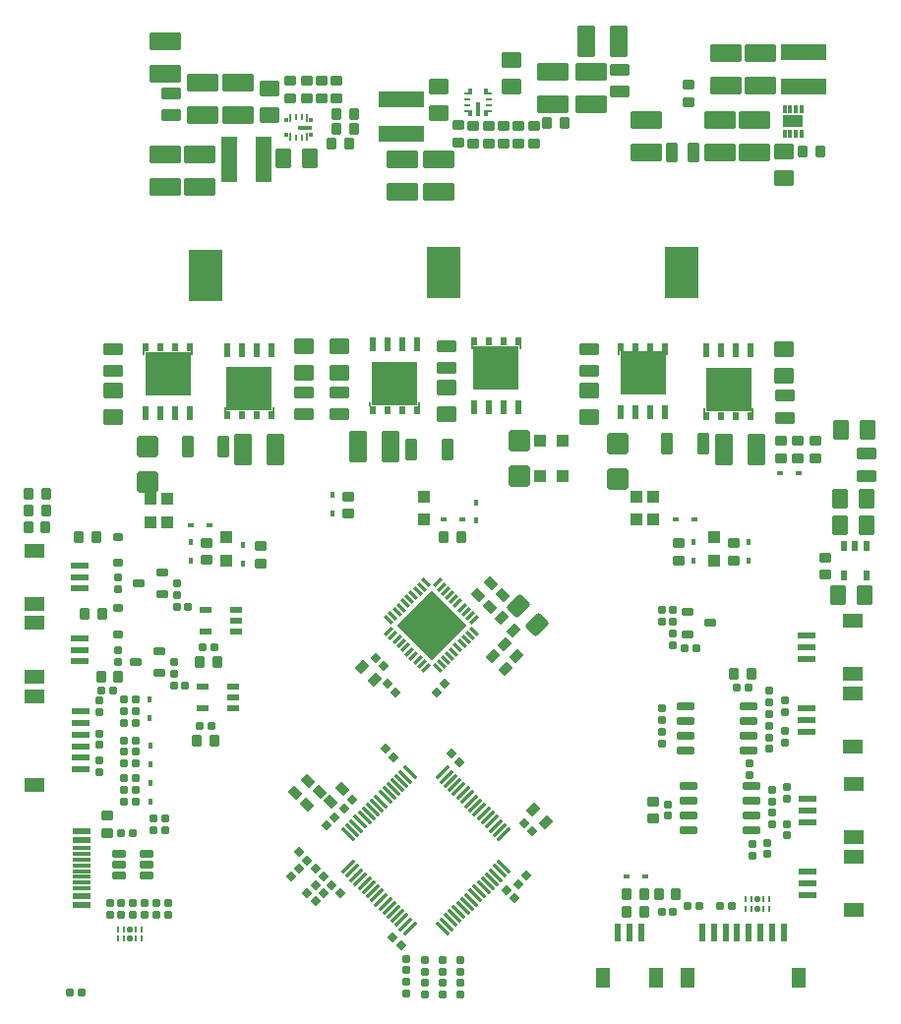
<source format=gbr>
%TF.GenerationSoftware,Altium Limited,Altium Designer,23.1.1 (15)*%
G04 Layer_Color=8421504*
%FSLAX45Y45*%
%MOMM*%
%TF.SameCoordinates,3B15BE60-5205-462F-B1BE-89E8C5D5736D*%
%TF.FilePolarity,Positive*%
%TF.FileFunction,Paste,Top*%
%TF.Part,Single*%
G01*
G75*
%TA.AperFunction,TestPad*%
%ADD10R,1.50000X0.60000*%
%ADD11R,1.80000X1.20000*%
%TA.AperFunction,SMDPad,CuDef*%
G04:AMPARAMS|DCode=12|XSize=1.6mm|YSize=2.7mm|CornerRadius=0.2mm|HoleSize=0mm|Usage=FLASHONLY|Rotation=270.000|XOffset=0mm|YOffset=0mm|HoleType=Round|Shape=RoundedRectangle|*
%AMROUNDEDRECTD12*
21,1,1.60000,2.30000,0,0,270.0*
21,1,1.20000,2.70000,0,0,270.0*
1,1,0.40000,-1.15000,-0.60000*
1,1,0.40000,-1.15000,0.60000*
1,1,0.40000,1.15000,0.60000*
1,1,0.40000,1.15000,-0.60000*
%
%ADD12ROUNDEDRECTD12*%
G04:AMPARAMS|DCode=13|XSize=1mm|YSize=1.7mm|CornerRadius=0.125mm|HoleSize=0mm|Usage=FLASHONLY|Rotation=270.000|XOffset=0mm|YOffset=0mm|HoleType=Round|Shape=RoundedRectangle|*
%AMROUNDEDRECTD13*
21,1,1.00000,1.45000,0,0,270.0*
21,1,0.75000,1.70000,0,0,270.0*
1,1,0.25000,-0.72500,-0.37500*
1,1,0.25000,-0.72500,0.37500*
1,1,0.25000,0.72500,0.37500*
1,1,0.25000,0.72500,-0.37500*
%
%ADD13ROUNDEDRECTD13*%
G04:AMPARAMS|DCode=14|XSize=1.4mm|YSize=1.7mm|CornerRadius=0.175mm|HoleSize=0mm|Usage=FLASHONLY|Rotation=180.000|XOffset=0mm|YOffset=0mm|HoleType=Round|Shape=RoundedRectangle|*
%AMROUNDEDRECTD14*
21,1,1.40000,1.35000,0,0,180.0*
21,1,1.05000,1.70000,0,0,180.0*
1,1,0.35000,-0.52500,0.67500*
1,1,0.35000,0.52500,0.67500*
1,1,0.35000,0.52500,-0.67500*
1,1,0.35000,-0.52500,-0.67500*
%
%ADD14ROUNDEDRECTD14*%
G04:AMPARAMS|DCode=15|XSize=0.8mm|YSize=1mm|CornerRadius=0.1mm|HoleSize=0mm|Usage=FLASHONLY|Rotation=90.000|XOffset=0mm|YOffset=0mm|HoleType=Round|Shape=RoundedRectangle|*
%AMROUNDEDRECTD15*
21,1,0.80000,0.80000,0,0,90.0*
21,1,0.60000,1.00000,0,0,90.0*
1,1,0.20000,0.40000,0.30000*
1,1,0.20000,0.40000,-0.30000*
1,1,0.20000,-0.40000,-0.30000*
1,1,0.20000,-0.40000,0.30000*
%
%ADD15ROUNDEDRECTD15*%
G04:AMPARAMS|DCode=16|XSize=0.8mm|YSize=1mm|CornerRadius=0.1mm|HoleSize=0mm|Usage=FLASHONLY|Rotation=0.000|XOffset=0mm|YOffset=0mm|HoleType=Round|Shape=RoundedRectangle|*
%AMROUNDEDRECTD16*
21,1,0.80000,0.80000,0,0,0.0*
21,1,0.60000,1.00000,0,0,0.0*
1,1,0.20000,0.30000,-0.40000*
1,1,0.20000,-0.30000,-0.40000*
1,1,0.20000,-0.30000,0.40000*
1,1,0.20000,0.30000,0.40000*
%
%ADD16ROUNDEDRECTD16*%
%ADD17R,0.75000X0.22500*%
%ADD18R,0.60000X0.25000*%
%ADD19R,0.40000X0.35000*%
%ADD20R,0.35000X1.30000*%
G04:AMPARAMS|DCode=21|XSize=1.4mm|YSize=1.7mm|CornerRadius=0.175mm|HoleSize=0mm|Usage=FLASHONLY|Rotation=270.000|XOffset=0mm|YOffset=0mm|HoleType=Round|Shape=RoundedRectangle|*
%AMROUNDEDRECTD21*
21,1,1.40000,1.35000,0,0,270.0*
21,1,1.05000,1.70000,0,0,270.0*
1,1,0.35000,-0.67500,-0.52500*
1,1,0.35000,-0.67500,0.52500*
1,1,0.35000,0.67500,0.52500*
1,1,0.35000,0.67500,-0.52500*
%
%ADD21ROUNDEDRECTD21*%
%ADD22R,3.89000X1.45000*%
%ADD23R,1.45000X3.89000*%
G04:AMPARAMS|DCode=24|XSize=1.8mm|YSize=1.84mm|CornerRadius=0.225mm|HoleSize=0mm|Usage=FLASHONLY|Rotation=90.000|XOffset=0mm|YOffset=0mm|HoleType=Round|Shape=RoundedRectangle|*
%AMROUNDEDRECTD24*
21,1,1.80000,1.39000,0,0,90.0*
21,1,1.35000,1.84000,0,0,90.0*
1,1,0.45000,0.69500,0.67500*
1,1,0.45000,0.69500,-0.67500*
1,1,0.45000,-0.69500,-0.67500*
1,1,0.45000,-0.69500,0.67500*
%
%ADD24ROUNDEDRECTD24*%
%TA.AperFunction,ConnectorPad*%
G04:AMPARAMS|DCode=25|XSize=0.6mm|YSize=0.7mm|CornerRadius=0.075mm|HoleSize=0mm|Usage=FLASHONLY|Rotation=270.000|XOffset=0mm|YOffset=0mm|HoleType=Round|Shape=RoundedRectangle|*
%AMROUNDEDRECTD25*
21,1,0.60000,0.55000,0,0,270.0*
21,1,0.45000,0.70000,0,0,270.0*
1,1,0.15000,-0.27500,-0.22500*
1,1,0.15000,-0.27500,0.22500*
1,1,0.15000,0.27500,0.22500*
1,1,0.15000,0.27500,-0.22500*
%
%ADD25ROUNDEDRECTD25*%
%TA.AperFunction,SMDPad,CuDef*%
G04:AMPARAMS|DCode=26|XSize=0.6mm|YSize=0.7mm|CornerRadius=0.075mm|HoleSize=0mm|Usage=FLASHONLY|Rotation=0.000|XOffset=0mm|YOffset=0mm|HoleType=Round|Shape=RoundedRectangle|*
%AMROUNDEDRECTD26*
21,1,0.60000,0.55000,0,0,0.0*
21,1,0.45000,0.70000,0,0,0.0*
1,1,0.15000,0.22500,-0.27500*
1,1,0.15000,-0.22500,-0.27500*
1,1,0.15000,-0.22500,0.27500*
1,1,0.15000,0.22500,0.27500*
%
%ADD26ROUNDEDRECTD26*%
G04:AMPARAMS|DCode=27|XSize=0.6mm|YSize=0.7mm|CornerRadius=0.075mm|HoleSize=0mm|Usage=FLASHONLY|Rotation=90.000|XOffset=0mm|YOffset=0mm|HoleType=Round|Shape=RoundedRectangle|*
%AMROUNDEDRECTD27*
21,1,0.60000,0.55000,0,0,90.0*
21,1,0.45000,0.70000,0,0,90.0*
1,1,0.15000,0.27500,0.22500*
1,1,0.15000,0.27500,-0.22500*
1,1,0.15000,-0.27500,-0.22500*
1,1,0.15000,-0.27500,0.22500*
%
%ADD27ROUNDEDRECTD27*%
%ADD28R,1.50000X0.60000*%
%ADD29R,1.80000X1.20000*%
G04:AMPARAMS|DCode=30|XSize=0.6mm|YSize=1.45mm|CornerRadius=0.075mm|HoleSize=0mm|Usage=FLASHONLY|Rotation=90.000|XOffset=0mm|YOffset=0mm|HoleType=Round|Shape=RoundedRectangle|*
%AMROUNDEDRECTD30*
21,1,0.60000,1.30000,0,0,90.0*
21,1,0.45000,1.45000,0,0,90.0*
1,1,0.15000,0.65000,0.22500*
1,1,0.15000,0.65000,-0.22500*
1,1,0.15000,-0.65000,-0.22500*
1,1,0.15000,-0.65000,0.22500*
%
%ADD30ROUNDEDRECTD30*%
G04:AMPARAMS|DCode=31|XSize=1.475mm|YSize=0.3mm|CornerRadius=0mm|HoleSize=0mm|Usage=FLASHONLY|Rotation=315.000|XOffset=0mm|YOffset=0mm|HoleType=Round|Shape=Rectangle|*
%AMROTATEDRECTD31*
4,1,4,-0.62756,0.41543,-0.41543,0.62756,0.62756,-0.41543,0.41543,-0.62756,-0.62756,0.41543,0.0*
%
%ADD31ROTATEDRECTD31*%

G04:AMPARAMS|DCode=32|XSize=1.475mm|YSize=0.3mm|CornerRadius=0mm|HoleSize=0mm|Usage=FLASHONLY|Rotation=225.000|XOffset=0mm|YOffset=0mm|HoleType=Round|Shape=Rectangle|*
%AMROTATEDRECTD32*
4,1,4,0.41543,0.62756,0.62756,0.41543,-0.41543,-0.62756,-0.62756,-0.41543,0.41543,0.62756,0.0*
%
%ADD32ROTATEDRECTD32*%

%TA.AperFunction,TestPad*%
G04:AMPARAMS|DCode=33|XSize=0.45mm|YSize=0.5mm|CornerRadius=0.05625mm|HoleSize=0mm|Usage=FLASHONLY|Rotation=0.000|XOffset=0mm|YOffset=0mm|HoleType=Round|Shape=RoundedRectangle|*
%AMROUNDEDRECTD33*
21,1,0.45000,0.38750,0,0,0.0*
21,1,0.33750,0.50000,0,0,0.0*
1,1,0.11250,0.16875,-0.19375*
1,1,0.11250,-0.16875,-0.19375*
1,1,0.11250,-0.16875,0.19375*
1,1,0.11250,0.16875,0.19375*
%
%ADD33ROUNDEDRECTD33*%
%TA.AperFunction,SMDPad,CuDef*%
%ADD34R,1.50000X0.60000*%
G04:AMPARAMS|DCode=36|XSize=0.6mm|YSize=1.2mm|CornerRadius=0.075mm|HoleSize=0mm|Usage=FLASHONLY|Rotation=270.000|XOffset=0mm|YOffset=0mm|HoleType=Round|Shape=RoundedRectangle|*
%AMROUNDEDRECTD36*
21,1,0.60000,1.05000,0,0,270.0*
21,1,0.45000,1.20000,0,0,270.0*
1,1,0.15000,-0.52500,-0.22500*
1,1,0.15000,-0.52500,0.22500*
1,1,0.15000,0.52500,0.22500*
1,1,0.15000,0.52500,-0.22500*
%
%ADD36ROUNDEDRECTD36*%
G04:AMPARAMS|DCode=37|XSize=0.6mm|YSize=0.7mm|CornerRadius=0.075mm|HoleSize=0mm|Usage=FLASHONLY|Rotation=315.000|XOffset=0mm|YOffset=0mm|HoleType=Round|Shape=RoundedRectangle|*
%AMROUNDEDRECTD37*
21,1,0.60000,0.55000,0,0,315.0*
21,1,0.45000,0.70000,0,0,315.0*
1,1,0.15000,-0.03536,-0.35355*
1,1,0.15000,-0.35355,-0.03536*
1,1,0.15000,0.03536,0.35355*
1,1,0.15000,0.35355,0.03536*
%
%ADD37ROUNDEDRECTD37*%
G04:AMPARAMS|DCode=38|XSize=0.6mm|YSize=0.7mm|CornerRadius=0.075mm|HoleSize=0mm|Usage=FLASHONLY|Rotation=225.000|XOffset=0mm|YOffset=0mm|HoleType=Round|Shape=RoundedRectangle|*
%AMROUNDEDRECTD38*
21,1,0.60000,0.55000,0,0,225.0*
21,1,0.45000,0.70000,0,0,225.0*
1,1,0.15000,-0.35355,0.03536*
1,1,0.15000,-0.03536,0.35355*
1,1,0.15000,0.35355,-0.03536*
1,1,0.15000,0.03536,-0.35355*
%
%ADD38ROUNDEDRECTD38*%
G04:AMPARAMS|DCode=39|XSize=0.8mm|YSize=1mm|CornerRadius=0.1mm|HoleSize=0mm|Usage=FLASHONLY|Rotation=225.000|XOffset=0mm|YOffset=0mm|HoleType=Round|Shape=RoundedRectangle|*
%AMROUNDEDRECTD39*
21,1,0.80000,0.80000,0,0,225.0*
21,1,0.60000,1.00000,0,0,225.0*
1,1,0.20000,-0.49498,0.07071*
1,1,0.20000,-0.07071,0.49498*
1,1,0.20000,0.49498,-0.07071*
1,1,0.20000,0.07071,-0.49498*
%
%ADD39ROUNDEDRECTD39*%
%TA.AperFunction,TestPad*%
G04:AMPARAMS|DCode=40|XSize=0.6mm|YSize=1mm|CornerRadius=0.075mm|HoleSize=0mm|Usage=FLASHONLY|Rotation=90.000|XOffset=0mm|YOffset=0mm|HoleType=Round|Shape=RoundedRectangle|*
%AMROUNDEDRECTD40*
21,1,0.60000,0.85000,0,0,90.0*
21,1,0.45000,1.00000,0,0,90.0*
1,1,0.15000,0.42500,0.22500*
1,1,0.15000,0.42500,-0.22500*
1,1,0.15000,-0.42500,-0.22500*
1,1,0.15000,-0.42500,0.22500*
%
%ADD40ROUNDEDRECTD40*%
%TA.AperFunction,SMDPad,CuDef*%
G04:AMPARAMS|DCode=41|XSize=0.55mm|YSize=1.05mm|CornerRadius=0.06875mm|HoleSize=0mm|Usage=FLASHONLY|Rotation=270.000|XOffset=0mm|YOffset=0mm|HoleType=Round|Shape=RoundedRectangle|*
%AMROUNDEDRECTD41*
21,1,0.55000,0.91250,0,0,270.0*
21,1,0.41250,1.05000,0,0,270.0*
1,1,0.13750,-0.45625,-0.20625*
1,1,0.13750,-0.45625,0.20625*
1,1,0.13750,0.45625,0.20625*
1,1,0.13750,0.45625,-0.20625*
%
%ADD41ROUNDEDRECTD41*%
%TA.AperFunction,SMDPad,SMDef*%
%ADD42R,1.00000X1.00000*%
%TA.AperFunction,SMDPad,CuDef*%
%ADD43R,0.55000X0.42000*%
G04:AMPARAMS|DCode=44|XSize=0.8mm|YSize=1mm|CornerRadius=0.1mm|HoleSize=0mm|Usage=FLASHONLY|Rotation=135.000|XOffset=0mm|YOffset=0mm|HoleType=Round|Shape=RoundedRectangle|*
%AMROUNDEDRECTD44*
21,1,0.80000,0.80000,0,0,135.0*
21,1,0.60000,1.00000,0,0,135.0*
1,1,0.20000,0.07071,0.49498*
1,1,0.20000,0.49498,0.07071*
1,1,0.20000,-0.07071,-0.49498*
1,1,0.20000,-0.49498,-0.07071*
%
%ADD44ROUNDEDRECTD44*%
G04:AMPARAMS|DCode=45|XSize=0.85mm|YSize=0.25mm|CornerRadius=0mm|HoleSize=0mm|Usage=FLASHONLY|Rotation=225.000|XOffset=0mm|YOffset=0mm|HoleType=Round|Shape=Rectangle|*
%AMROTATEDRECTD45*
4,1,4,0.21213,0.38891,0.38891,0.21213,-0.21213,-0.38891,-0.38891,-0.21213,0.21213,0.38891,0.0*
%
%ADD45ROTATEDRECTD45*%

%ADD46P,6.01041X4X360.0*%
G04:AMPARAMS|DCode=47|XSize=1.6mm|YSize=2.7mm|CornerRadius=0.2mm|HoleSize=0mm|Usage=FLASHONLY|Rotation=180.000|XOffset=0mm|YOffset=0mm|HoleType=Round|Shape=RoundedRectangle|*
%AMROUNDEDRECTD47*
21,1,1.60000,2.30000,0,0,180.0*
21,1,1.20000,2.70000,0,0,180.0*
1,1,0.40000,-0.60000,1.15000*
1,1,0.40000,0.60000,1.15000*
1,1,0.40000,0.60000,-1.15000*
1,1,0.40000,-0.60000,-1.15000*
%
%ADD47ROUNDEDRECTD47*%
%ADD48R,1.30000X0.35000*%
%ADD49R,0.60000X1.50000*%
%TA.AperFunction,TestPad*%
%ADD50R,1.20000X1.80000*%
%ADD51R,0.60000X1.50000*%
%TA.AperFunction,SMDPad,CuDef*%
G04:AMPARAMS|DCode=52|XSize=0.85mm|YSize=0.25mm|CornerRadius=0mm|HoleSize=0mm|Usage=FLASHONLY|Rotation=315.000|XOffset=0mm|YOffset=0mm|HoleType=Round|Shape=Rectangle|*
%AMROTATEDRECTD52*
4,1,4,-0.38891,0.21213,-0.21213,0.38891,0.38891,-0.21213,0.21213,-0.38891,-0.38891,0.21213,0.0*
%
%ADD52ROTATEDRECTD52*%

G04:AMPARAMS|DCode=53|XSize=1.4mm|YSize=1.7mm|CornerRadius=0.175mm|HoleSize=0mm|Usage=FLASHONLY|Rotation=135.000|XOffset=0mm|YOffset=0mm|HoleType=Round|Shape=RoundedRectangle|*
%AMROUNDEDRECTD53*
21,1,1.40000,1.35000,0,0,135.0*
21,1,1.05000,1.70000,0,0,135.0*
1,1,0.35000,0.10607,0.84853*
1,1,0.35000,0.84853,0.10607*
1,1,0.35000,-0.10607,-0.84853*
1,1,0.35000,-0.84853,-0.10607*
%
%ADD53ROUNDEDRECTD53*%
%ADD54R,0.42000X0.55000*%
%TA.AperFunction,SMDPad,SMDef*%
%ADD55R,1.00000X1.00000*%
%TA.AperFunction,ConnectorPad*%
G04:AMPARAMS|DCode=56|XSize=1.6mm|YSize=2.7mm|CornerRadius=0.2mm|HoleSize=0mm|Usage=FLASHONLY|Rotation=0.000|XOffset=0mm|YOffset=0mm|HoleType=Round|Shape=RoundedRectangle|*
%AMROUNDEDRECTD56*
21,1,1.60000,2.30000,0,0,0.0*
21,1,1.20000,2.70000,0,0,0.0*
1,1,0.40000,0.60000,-1.15000*
1,1,0.40000,-0.60000,-1.15000*
1,1,0.40000,-0.60000,1.15000*
1,1,0.40000,0.60000,1.15000*
%
%ADD56ROUNDEDRECTD56*%
%TA.AperFunction,SMDPad,CuDef*%
G04:AMPARAMS|DCode=57|XSize=0.55mm|YSize=0.8mm|CornerRadius=0.0495mm|HoleSize=0mm|Usage=FLASHONLY|Rotation=0.000|XOffset=0mm|YOffset=0mm|HoleType=Round|Shape=RoundedRectangle|*
%AMROUNDEDRECTD57*
21,1,0.55000,0.70100,0,0,0.0*
21,1,0.45100,0.80000,0,0,0.0*
1,1,0.09900,0.22550,-0.35050*
1,1,0.09900,-0.22550,-0.35050*
1,1,0.09900,-0.22550,0.35050*
1,1,0.09900,0.22550,0.35050*
%
%ADD57ROUNDEDRECTD57*%
%ADD58R,0.30000X0.70000*%
%ADD59R,1.70000X1.00000*%
G04:AMPARAMS|DCode=60|XSize=0.63mm|YSize=0.83mm|CornerRadius=0.07875mm|HoleSize=0mm|Usage=FLASHONLY|Rotation=90.000|XOffset=0mm|YOffset=0mm|HoleType=Round|Shape=RoundedRectangle|*
%AMROUNDEDRECTD60*
21,1,0.63000,0.67250,0,0,90.0*
21,1,0.47250,0.83000,0,0,90.0*
1,1,0.15750,0.33625,0.23625*
1,1,0.15750,0.33625,-0.23625*
1,1,0.15750,-0.33625,-0.23625*
1,1,0.15750,-0.33625,0.23625*
%
%ADD60ROUNDEDRECTD60*%
%ADD62R,0.25500X0.31000*%
%ADD63R,3.91000X3.81000*%
%ADD64R,0.61000X0.71000*%
%ADD65R,0.61000X1.27000*%
G04:AMPARAMS|DCode=66|XSize=1mm|YSize=1.8mm|CornerRadius=0.125mm|HoleSize=0mm|Usage=FLASHONLY|Rotation=0.000|XOffset=0mm|YOffset=0mm|HoleType=Round|Shape=RoundedRectangle|*
%AMROUNDEDRECTD66*
21,1,1.00000,1.55000,0,0,0.0*
21,1,0.75000,1.80000,0,0,0.0*
1,1,0.25000,0.37500,-0.77500*
1,1,0.25000,-0.37500,-0.77500*
1,1,0.25000,-0.37500,0.77500*
1,1,0.25000,0.37500,0.77500*
%
%ADD66ROUNDEDRECTD66*%
G04:AMPARAMS|DCode=67|XSize=1mm|YSize=1.7mm|CornerRadius=0.125mm|HoleSize=0mm|Usage=FLASHONLY|Rotation=0.000|XOffset=0mm|YOffset=0mm|HoleType=Round|Shape=RoundedRectangle|*
%AMROUNDEDRECTD67*
21,1,1.00000,1.45000,0,0,0.0*
21,1,0.75000,1.70000,0,0,0.0*
1,1,0.25000,0.37500,-0.72500*
1,1,0.25000,-0.37500,-0.72500*
1,1,0.25000,-0.37500,0.72500*
1,1,0.25000,0.37500,0.72500*
%
%ADD67ROUNDEDRECTD67*%
%ADD68R,0.35000X0.40000*%
%ADD69R,0.22500X0.75000*%
%ADD70R,0.25000X0.60000*%
%ADD71R,1.20000X1.80000*%
%TA.AperFunction,TestPad*%
G04:AMPARAMS|DCode=72|XSize=0.25mm|YSize=0.5mm|CornerRadius=0.03125mm|HoleSize=0mm|Usage=FLASHONLY|Rotation=180.000|XOffset=0mm|YOffset=0mm|HoleType=Round|Shape=RoundedRectangle|*
%AMROUNDEDRECTD72*
21,1,0.25000,0.43750,0,0,180.0*
21,1,0.18750,0.50000,0,0,180.0*
1,1,0.06250,-0.09375,0.21875*
1,1,0.06250,0.09375,0.21875*
1,1,0.06250,0.09375,-0.21875*
1,1,0.06250,-0.09375,-0.21875*
%
%ADD72ROUNDEDRECTD72*%
%TA.AperFunction,SMDPad,CuDef*%
%ADD74R,1.50000X0.30000*%
%ADD170R,3.00000X4.50000*%
D10*
X6945000Y5400000D02*
D03*
Y5300001D02*
D03*
Y5200000D02*
D03*
Y5100000D02*
D03*
Y5000000D02*
D03*
Y4900000D02*
D03*
D11*
X6555000Y5530000D02*
D03*
X6555000Y4770000D02*
D03*
D12*
X7675000Y10885000D02*
D03*
Y11165001D02*
D03*
X10030000Y10150000D02*
D03*
X10030000Y9870000D02*
D03*
X9720000Y10150000D02*
D03*
X9720000Y9870000D02*
D03*
X7999999Y10815000D02*
D03*
X8300000D02*
D03*
X7675000Y9910000D02*
D03*
X7975000D02*
D03*
X11014999Y10905000D02*
D03*
X11340000Y10905000D02*
D03*
X11820000Y10490000D02*
D03*
X12450000D02*
D03*
X12750000D02*
D03*
X12500000Y10785000D02*
D03*
X12800000D02*
D03*
X12750000Y10209999D02*
D03*
X11014999Y10625000D02*
D03*
X11339999Y10625000D02*
D03*
X12450000Y10210000D02*
D03*
X12800000Y11065000D02*
D03*
X12500000D02*
D03*
X11820000Y10209999D02*
D03*
X8300000Y10535000D02*
D03*
X7675000Y10190000D02*
D03*
X7975000D02*
D03*
X7999999Y10535000D02*
D03*
D13*
X13710001Y7425000D02*
D03*
Y7615000D02*
D03*
X13010001Y7925000D02*
D03*
Y8115000D02*
D03*
X11325000Y8520000D02*
D03*
Y8330000D02*
D03*
X8875000Y7955000D02*
D03*
Y8145000D02*
D03*
X9175000Y7955000D02*
D03*
Y8145000D02*
D03*
X10100000Y8545000D02*
D03*
Y8355000D02*
D03*
X7225000Y8520000D02*
D03*
Y8330000D02*
D03*
X11590000Y10925000D02*
D03*
X11590000Y10735000D02*
D03*
X7725000Y10720000D02*
D03*
Y10530000D02*
D03*
D14*
X13714301Y7230000D02*
D03*
X13485699D02*
D03*
X13724300Y7820000D02*
D03*
X13495700D02*
D03*
X8919300Y10162500D02*
D03*
X8690700D02*
D03*
X13485699Y7000000D02*
D03*
X13465700Y6400000D02*
D03*
X13714301Y7000000D02*
D03*
X13694299Y6400000D02*
D03*
D15*
X10850000Y10435000D02*
D03*
X10850000Y10285000D02*
D03*
X10200000Y10445000D02*
D03*
Y10295000D02*
D03*
X8900000Y10675000D02*
D03*
Y10825000D02*
D03*
X8750000D02*
D03*
Y10675000D02*
D03*
X9150000D02*
D03*
Y10825000D02*
D03*
X9025000Y10675000D02*
D03*
Y10825000D02*
D03*
X7175000Y4500000D02*
D03*
X10330000Y10290000D02*
D03*
X10590000Y10285000D02*
D03*
X11875000Y4625000D02*
D03*
X13360001Y6725000D02*
D03*
X12975002Y7725000D02*
D03*
X13125002D02*
D03*
X13360001Y6575000D02*
D03*
X12975002Y7575000D02*
D03*
X8500000Y6675000D02*
D03*
Y6825000D02*
D03*
X8031800Y6702401D02*
D03*
Y6852401D02*
D03*
X13275002Y7575000D02*
D03*
Y7725000D02*
D03*
X13125002Y7575000D02*
D03*
X9250000Y7100000D02*
D03*
Y7250000D02*
D03*
X12575001Y6850000D02*
D03*
Y6700000D02*
D03*
X12100000Y6700000D02*
D03*
Y6850000D02*
D03*
X10460000Y10290000D02*
D03*
Y10440000D02*
D03*
X10590000Y10435000D02*
D03*
X10330000Y10440000D02*
D03*
X12180000Y10790000D02*
D03*
Y10640000D02*
D03*
X10720000Y10285000D02*
D03*
Y10435000D02*
D03*
X7175000Y4350000D02*
D03*
X11875000Y4475000D02*
D03*
D16*
X10965000Y10460000D02*
D03*
X11115000D02*
D03*
X9110000Y10285000D02*
D03*
X9260000D02*
D03*
X9150000Y10410000D02*
D03*
X9300000D02*
D03*
X9150000Y10540000D02*
D03*
X9300000D02*
D03*
X6650000Y7275000D02*
D03*
X6500000D02*
D03*
X6650000Y7125000D02*
D03*
X6500000D02*
D03*
X6647800Y6985000D02*
D03*
X6497800D02*
D03*
X7135000Y6240000D02*
D03*
X6985000D02*
D03*
X7085000Y6900000D02*
D03*
X6935000D02*
D03*
X8100000Y5150000D02*
D03*
X7275000Y5700000D02*
D03*
X8125000Y5825000D02*
D03*
X11800000Y3675000D02*
D03*
X11800000Y3825000D02*
D03*
X11925000D02*
D03*
X12575000Y5725000D02*
D03*
X10075000Y6900000D02*
D03*
X10225000D02*
D03*
X13314999Y10220000D02*
D03*
X13164999D02*
D03*
X7125000Y5700000D02*
D03*
X12075000Y3824999D02*
D03*
X11650000Y3825000D02*
D03*
Y3675000D02*
D03*
X12725000Y5725000D02*
D03*
X7975000Y5825000D02*
D03*
X7950000Y5150000D02*
D03*
D17*
X10452500Y10566200D02*
D03*
X10452500Y10713800D02*
D03*
X10287500Y10713800D02*
D03*
Y10566200D02*
D03*
D18*
X10460000Y10615000D02*
D03*
Y10665000D02*
D03*
X10280000D02*
D03*
Y10615000D02*
D03*
D19*
X10435000Y10537400D02*
D03*
Y10742600D02*
D03*
X10305000D02*
D03*
Y10537400D02*
D03*
D20*
X10370000Y10585000D02*
D03*
D21*
X10030000Y10545700D02*
D03*
Y10774300D02*
D03*
X8575000Y10764300D02*
D03*
X10660000Y11004300D02*
D03*
X13000000Y9985700D02*
D03*
X13000000Y8285700D02*
D03*
Y8514300D02*
D03*
X11325000Y7935700D02*
D03*
Y8164300D02*
D03*
X10100000Y7960700D02*
D03*
Y8189300D02*
D03*
X8875000Y8539300D02*
D03*
Y8310700D02*
D03*
X9175000Y8539300D02*
D03*
Y8310700D02*
D03*
X7225000Y7935700D02*
D03*
Y8164300D02*
D03*
X10660000Y10775700D02*
D03*
X13000000Y10214300D02*
D03*
X8575000Y10535700D02*
D03*
D22*
X9710000Y10372500D02*
D03*
Y10667500D02*
D03*
X13175000Y10775000D02*
D03*
Y11070000D02*
D03*
D23*
X8227500Y10152500D02*
D03*
X8522500D02*
D03*
D24*
X7525000Y7675000D02*
D03*
Y7375000D02*
D03*
X10725000Y7425000D02*
D03*
X11575000Y7400000D02*
D03*
Y7700001D02*
D03*
X10725000Y7725000D02*
D03*
D25*
X10220000Y3060000D02*
D03*
Y2960000D02*
D03*
X10065000Y2960000D02*
D03*
X9910000D02*
D03*
X9755000Y2970000D02*
D03*
X9910000Y3060000D02*
D03*
X10065000Y3060000D02*
D03*
X9755000Y3070000D02*
D03*
D26*
X6960000Y2980000D02*
D03*
X6860000D02*
D03*
X7400000Y4350000D02*
D03*
X7675000Y4375000D02*
D03*
X7230000Y5580000D02*
D03*
X7325000Y5500000D02*
D03*
Y4950000D02*
D03*
Y4625000D02*
D03*
X7675000Y4475000D02*
D03*
X8075000Y5275000D02*
D03*
X8100000Y5950000D02*
D03*
X11950000Y3675000D02*
D03*
X12175000Y3725000D02*
D03*
X12550000Y3725000D02*
D03*
X12600000Y5600000D02*
D03*
X7130000Y5580000D02*
D03*
X7975000Y5275000D02*
D03*
X7325000Y5300000D02*
D03*
X7425000D02*
D03*
X7325000Y5150000D02*
D03*
X7425000D02*
D03*
X7325000Y4825000D02*
D03*
X7425000D02*
D03*
X12250000Y5945000D02*
D03*
X12150000D02*
D03*
X12050001Y3675000D02*
D03*
X12450000Y3725000D02*
D03*
X12275000D02*
D03*
X7325000Y4725000D02*
D03*
X7425000D02*
D03*
X7325000Y5050000D02*
D03*
X7425000D02*
D03*
X7325000Y5400000D02*
D03*
X7425000Y5400000D02*
D03*
X7425000Y4625000D02*
D03*
Y4950000D02*
D03*
Y5500000D02*
D03*
X7300000Y4350000D02*
D03*
X7575000Y4375000D02*
D03*
X7575000Y4475000D02*
D03*
X12700000Y5600000D02*
D03*
X8000000Y5950000D02*
D03*
X7875000Y6300000D02*
D03*
X7775000D02*
D03*
X7850000Y5625000D02*
D03*
X7750000D02*
D03*
D27*
X7110000Y4880000D02*
D03*
Y4980000D02*
D03*
Y5110000D02*
D03*
Y5210000D02*
D03*
Y5490000D02*
D03*
Y5390000D02*
D03*
X13030000Y4750000D02*
D03*
Y4650000D02*
D03*
Y4330000D02*
D03*
Y4430000D02*
D03*
X13010001Y5130000D02*
D03*
Y5230000D02*
D03*
Y5490000D02*
D03*
Y5390000D02*
D03*
X12875000Y5175000D02*
D03*
Y5275000D02*
D03*
Y5475000D02*
D03*
Y5375000D02*
D03*
X7700000Y3650000D02*
D03*
X7275000Y5825000D02*
D03*
Y6450000D02*
D03*
X7750000Y5825000D02*
D03*
X7775000Y6500000D02*
D03*
X12730000Y4160000D02*
D03*
X12860001Y4170000D02*
D03*
X12000000Y4600000D02*
D03*
X12710000Y4950000D02*
D03*
X11950000Y5125000D02*
D03*
X12875000Y5575000D02*
D03*
X12050000Y6170000D02*
D03*
X10065000Y3260001D02*
D03*
Y3160000D02*
D03*
X12050000Y5970000D02*
D03*
Y6070000D02*
D03*
X9910000Y3260000D02*
D03*
X9910000Y3160000D02*
D03*
X7200000Y3650000D02*
D03*
Y3750000D02*
D03*
X7300000Y3650000D02*
D03*
Y3750000D02*
D03*
X7400000Y3650000D02*
D03*
Y3750000D02*
D03*
X7500000Y3650000D02*
D03*
Y3750000D02*
D03*
X12900000Y4525000D02*
D03*
Y4425000D02*
D03*
X12050000Y6270000D02*
D03*
X9755000Y3170000D02*
D03*
Y3270001D02*
D03*
X11950000Y6170000D02*
D03*
Y6270000D02*
D03*
X10220000Y3160000D02*
D03*
Y3260000D02*
D03*
X7600000Y3650000D02*
D03*
Y3750000D02*
D03*
X7700000Y3750000D02*
D03*
X12875000Y5075000D02*
D03*
X11950000Y5425000D02*
D03*
Y5325000D02*
D03*
Y5225000D02*
D03*
X7275000Y6550000D02*
D03*
X7775000Y6400000D02*
D03*
X7275000Y5925000D02*
D03*
X7750000Y5725000D02*
D03*
X12000000Y4500000D02*
D03*
X12900000Y4625000D02*
D03*
Y4725000D02*
D03*
X12860001Y4270000D02*
D03*
X12710000Y4850000D02*
D03*
X12730000Y4260000D02*
D03*
D28*
X13210001Y4445000D02*
D03*
X13210001Y4645000D02*
D03*
Y4545000D02*
D03*
X13201300Y5225000D02*
D03*
Y6050000D02*
D03*
Y5425000D02*
D03*
Y5850000D02*
D03*
X6940000Y5830000D02*
D03*
X6940000Y6455000D02*
D03*
X13210001Y3920000D02*
D03*
X13201300Y5325000D02*
D03*
Y5950000D02*
D03*
X6940000Y6030000D02*
D03*
X6940000Y5930000D02*
D03*
Y6655000D02*
D03*
Y6555000D02*
D03*
X13210001Y3820000D02*
D03*
Y4020000D02*
D03*
D29*
X13600000Y4315000D02*
D03*
X13600000Y4775000D02*
D03*
X6550000Y6160000D02*
D03*
Y5700000D02*
D03*
X6550000Y6785000D02*
D03*
X6550000Y6325000D02*
D03*
X13600000Y3690000D02*
D03*
X13600000Y4150000D02*
D03*
X13591299Y5555000D02*
D03*
Y5095000D02*
D03*
Y6180000D02*
D03*
Y5720000D02*
D03*
D30*
X12697500Y5186500D02*
D03*
X12152500Y5440500D02*
D03*
Y5059500D02*
D03*
X12697500Y5313500D02*
D03*
X12180000Y4627000D02*
D03*
X12697500Y5059500D02*
D03*
Y5440500D02*
D03*
X12152500Y5186500D02*
D03*
Y5313500D02*
D03*
X12725000Y4373000D02*
D03*
Y4500000D02*
D03*
Y4627000D02*
D03*
Y4754000D02*
D03*
X12180000Y4373000D02*
D03*
Y4500000D02*
D03*
Y4754000D02*
D03*
D31*
X9781669Y4873156D02*
D03*
X9286694Y4378181D02*
D03*
X9428115Y4519602D02*
D03*
X10557789Y4026325D02*
D03*
X9746313Y4837801D02*
D03*
X9710958Y4802445D02*
D03*
X9675602Y4767090D02*
D03*
X9640247Y4731735D02*
D03*
X9604892Y4696379D02*
D03*
X9569536Y4661024D02*
D03*
X9534181Y4625668D02*
D03*
X9498826Y4590313D02*
D03*
X9463470Y4554958D02*
D03*
X9392760Y4484247D02*
D03*
X9357404Y4448892D02*
D03*
X9322049Y4413537D02*
D03*
X9251338Y4342826D02*
D03*
X10062814Y3531350D02*
D03*
X10098169Y3566705D02*
D03*
X10133525Y3602061D02*
D03*
X10168880Y3637416D02*
D03*
X10204235Y3672771D02*
D03*
X10239591Y3708127D02*
D03*
X10274946Y3743482D02*
D03*
X10310301Y3778838D02*
D03*
X10345657Y3814193D02*
D03*
X10381012Y3849548D02*
D03*
X10416368Y3884903D02*
D03*
X10451723Y3920259D02*
D03*
X10487078Y3955614D02*
D03*
X10522433Y3990969D02*
D03*
X10593144Y4061680D02*
D03*
D32*
X10133525Y4802445D02*
D03*
X9746313Y3566705D02*
D03*
X10098169Y4837801D02*
D03*
X10593144Y4342826D02*
D03*
X10557789Y4378181D02*
D03*
X10522433Y4413537D02*
D03*
X10487078Y4448892D02*
D03*
X10451723Y4484247D02*
D03*
X10416368Y4519602D02*
D03*
X10381012Y4554958D02*
D03*
X10345657Y4590313D02*
D03*
X10310301Y4625668D02*
D03*
X10274946Y4661024D02*
D03*
X10239591Y4696379D02*
D03*
X10204235Y4731735D02*
D03*
X10168880Y4767090D02*
D03*
X10062814Y4873156D02*
D03*
X9251338Y4061680D02*
D03*
X9286694Y4026325D02*
D03*
X9322049Y3990969D02*
D03*
X9357404Y3955614D02*
D03*
X9392760Y3920259D02*
D03*
X9428115Y3884903D02*
D03*
X9463470Y3849548D02*
D03*
X9498826Y3814193D02*
D03*
X9534181Y3778838D02*
D03*
X9569536Y3743482D02*
D03*
X9604892Y3708127D02*
D03*
X9640247Y3672771D02*
D03*
X9675602Y3637416D02*
D03*
X9710958Y3602061D02*
D03*
X9781669Y3531350D02*
D03*
D33*
X7375000Y3445000D02*
D03*
Y3525000D02*
D03*
X12775000Y3700001D02*
D03*
X12775000Y3780000D02*
D03*
D34*
X6960000Y3730000D02*
D03*
Y4370000D02*
D03*
Y4290000D02*
D03*
Y3810000D02*
D03*
D36*
X7280000Y4080000D02*
D03*
X7520000Y4175000D02*
D03*
Y4080000D02*
D03*
Y3985000D02*
D03*
X7280000D02*
D03*
Y4175000D02*
D03*
D37*
X8828984Y4187132D02*
D03*
X8970406Y4045711D02*
D03*
X9634645Y3455355D02*
D03*
X9182538Y3833579D02*
D03*
X9560355Y5789645D02*
D03*
X10685355Y3789645D02*
D03*
X10210355Y4964645D02*
D03*
X10835355Y4364645D02*
D03*
X9489644Y5860356D02*
D03*
X10764645Y4435356D02*
D03*
X9645355Y5004645D02*
D03*
X9574645Y5075356D02*
D03*
X9705355Y3384645D02*
D03*
X8899695Y4116422D02*
D03*
X9111827Y3904289D02*
D03*
X9041117Y3975000D02*
D03*
X10139645Y5035355D02*
D03*
X9589645Y5635355D02*
D03*
X9660356Y5564645D02*
D03*
X10614645Y3860356D02*
D03*
D38*
X9135355Y4485355D02*
D03*
X9285355Y4635355D02*
D03*
X10714645Y3914645D02*
D03*
X10785356Y3985356D02*
D03*
X9064645Y4414645D02*
D03*
X9214645Y4564645D02*
D03*
X8758274Y3975000D02*
D03*
X8828984Y4045711D02*
D03*
X8970406Y3762868D02*
D03*
X9041117Y3833579D02*
D03*
X8899695D02*
D03*
X8970406Y3904289D02*
D03*
X10085355Y5635355D02*
D03*
X10014644Y5564645D02*
D03*
D39*
X9203033Y4728033D02*
D03*
X8903033Y4803033D02*
D03*
X10578033Y6403033D02*
D03*
X10371967Y6396967D02*
D03*
X10478033Y6503033D02*
D03*
X10471967Y6296967D02*
D03*
X9096967Y4621967D02*
D03*
X9003033Y4703033D02*
D03*
X8896967Y4596967D02*
D03*
X8796967Y4696967D02*
D03*
D40*
X7425000Y5825000D02*
D03*
X7450000Y6500000D02*
D03*
X12369100Y6160300D02*
D03*
X12169100Y6065300D02*
D03*
Y6255300D02*
D03*
X7650000Y6595000D02*
D03*
Y6405000D02*
D03*
X7625000Y5920000D02*
D03*
Y5730000D02*
D03*
D41*
X8265000Y5520000D02*
D03*
X8290000Y6180000D02*
D03*
Y6085000D02*
D03*
X8290000Y6275000D02*
D03*
X8025000D02*
D03*
Y6085000D02*
D03*
X8265000Y5425000D02*
D03*
X8265000Y5615000D02*
D03*
X8000000D02*
D03*
Y5425000D02*
D03*
D42*
X7550000Y7230000D02*
D03*
X11730000Y7250000D02*
D03*
X11880000D02*
D03*
Y7050000D02*
D03*
X11730000D02*
D03*
X8200000Y6900000D02*
D03*
Y6700000D02*
D03*
X7550000Y7030000D02*
D03*
X7690000D02*
D03*
Y7230000D02*
D03*
X9900000Y7050000D02*
D03*
Y7250000D02*
D03*
X12400000Y6900000D02*
D03*
Y6700000D02*
D03*
D43*
X8055000Y7000000D02*
D03*
X12070000Y7050000D02*
D03*
X12970000Y7450000D02*
D03*
X13130000D02*
D03*
X7895000Y7000000D02*
D03*
X10230000Y7050000D02*
D03*
X10070000D02*
D03*
X12230000Y7050000D02*
D03*
X11805000Y3975000D02*
D03*
X11645000D02*
D03*
D44*
X9478033Y5671967D02*
D03*
X10953033Y4446967D02*
D03*
X10606066Y5768934D02*
D03*
X10703032Y5871967D02*
D03*
X10500000Y5875000D02*
D03*
X10596966Y5978033D02*
D03*
X9371967Y5778033D02*
D03*
X10678033Y6096966D02*
D03*
X10571967Y6203033D02*
D03*
X10846967Y4553033D02*
D03*
D45*
X9743163Y5947452D02*
D03*
X9919939Y5770675D02*
D03*
X9884584Y5806031D02*
D03*
X9849229Y5841386D02*
D03*
X9813873Y5876741D02*
D03*
X9778518Y5912097D02*
D03*
X9707807Y5982807D02*
D03*
X9672452Y6018163D02*
D03*
X9637097Y6053518D02*
D03*
X9601741Y6088874D02*
D03*
X10018934Y6506066D02*
D03*
X10054289Y6470711D02*
D03*
X10089645Y6435355D02*
D03*
X10125000Y6400000D02*
D03*
X10160355Y6364645D02*
D03*
X10195711Y6329290D02*
D03*
X10231066Y6293934D02*
D03*
X10266421Y6258579D02*
D03*
X10301776Y6223224D02*
D03*
X10337132Y6187868D02*
D03*
D46*
X9969437Y6138371D02*
D03*
D47*
X8625000Y7650000D02*
D03*
X9335000Y7675000D02*
D03*
X12765000Y7650000D02*
D03*
X8345000D02*
D03*
X12485000D02*
D03*
X9615000Y7675000D02*
D03*
D48*
X8880000Y10425000D02*
D03*
D49*
X11775000Y3500000D02*
D03*
X11575000D02*
D03*
X11675000D02*
D03*
D50*
X12170000Y3110000D02*
D03*
X13130000Y3110001D02*
D03*
D51*
X13000000Y3500000D02*
D03*
X12700000D02*
D03*
X12800000Y3500000D02*
D03*
X12900000Y3500000D02*
D03*
X12300000Y3500000D02*
D03*
X12400000Y3500000D02*
D03*
X12500000Y3500000D02*
D03*
X12600000D02*
D03*
D52*
X10301776Y6053518D02*
D03*
X10337132Y6088873D02*
D03*
X10266421Y6018163D02*
D03*
X10231066Y5982807D02*
D03*
X10195711Y5947452D02*
D03*
X10160355Y5912096D02*
D03*
X10125000Y5876741D02*
D03*
X10089645Y5841386D02*
D03*
X10054290Y5806031D02*
D03*
X10018934Y5770675D02*
D03*
X9601741Y6187868D02*
D03*
X9637096Y6223224D02*
D03*
X9672452Y6258579D02*
D03*
X9707807Y6293934D02*
D03*
X9743163Y6329290D02*
D03*
X9778518Y6364645D02*
D03*
X9813873Y6400000D02*
D03*
X9849229Y6435355D02*
D03*
X9884584Y6470711D02*
D03*
X9919939Y6506066D02*
D03*
D53*
X10880822Y6144177D02*
D03*
X10719177Y6305822D02*
D03*
D54*
X10350000Y7200000D02*
D03*
X8350000Y6670000D02*
D03*
Y6830000D02*
D03*
X7900000Y6855001D02*
D03*
Y6695000D02*
D03*
X9120000Y7260000D02*
D03*
Y7100000D02*
D03*
X10350000Y7040000D02*
D03*
X12700000Y6855000D02*
D03*
Y6695000D02*
D03*
X12225000Y6855000D02*
D03*
Y6695000D02*
D03*
X7550000Y4780000D02*
D03*
X7550000Y4620000D02*
D03*
Y5105000D02*
D03*
Y4945000D02*
D03*
X7540000Y5340000D02*
D03*
Y5500000D02*
D03*
D55*
X10900000Y7425000D02*
D03*
X11100000Y7725000D02*
D03*
X10900000D02*
D03*
X11100000Y7425000D02*
D03*
D56*
X11300000Y11165000D02*
D03*
X11580000Y11165000D02*
D03*
D57*
X13614999Y6827500D02*
D03*
X13710001D02*
D03*
X13520000D02*
D03*
X13520000Y6572500D02*
D03*
X13710001D02*
D03*
D58*
X13007500Y10375000D02*
D03*
X13157500D02*
D03*
Y10585000D02*
D03*
X13007500D02*
D03*
X13057500D02*
D03*
X13107500D02*
D03*
Y10375000D02*
D03*
X13057500D02*
D03*
D59*
X13082500Y10480000D02*
D03*
D60*
X7275000Y6900000D02*
D03*
Y6677000D02*
D03*
Y6063500D02*
D03*
Y6286500D02*
D03*
D62*
X8608301Y8000000D02*
D03*
X8191700D02*
D03*
X11580200Y8486000D02*
D03*
X11996800D02*
D03*
X12733300Y7995000D02*
D03*
X12316700D02*
D03*
X10316700Y8530000D02*
D03*
X10733300D02*
D03*
X7491672Y8479987D02*
D03*
X7908272D02*
D03*
X9858300Y8045000D02*
D03*
X9441700D02*
D03*
D63*
X8400000Y8175000D02*
D03*
X11788500Y8311000D02*
D03*
X12525000Y8170000D02*
D03*
X10525000Y8355000D02*
D03*
X7699972Y8304987D02*
D03*
X9650000Y8220001D02*
D03*
D64*
X8590501Y7949000D02*
D03*
X8463500D02*
D03*
X8336500D02*
D03*
X8209500D02*
D03*
X11598001Y8537000D02*
D03*
X11725000D02*
D03*
X11852000D02*
D03*
X11979000D02*
D03*
X12715501Y7944000D02*
D03*
X12588500D02*
D03*
X12461500D02*
D03*
X12334500D02*
D03*
X10334500Y8581000D02*
D03*
X10461500D02*
D03*
X10588500D02*
D03*
X10715501D02*
D03*
X7509472Y8530987D02*
D03*
X7636472D02*
D03*
X7763472D02*
D03*
X7890472D02*
D03*
X9840501Y7994001D02*
D03*
X9713500D02*
D03*
X9586500D02*
D03*
X9459500D02*
D03*
D65*
X8209500Y8511000D02*
D03*
X8336500D02*
D03*
X8463500D02*
D03*
X8590501D02*
D03*
X11979000Y7975000D02*
D03*
X11852000D02*
D03*
X11725000D02*
D03*
X11598001D02*
D03*
X12334500Y8506000D02*
D03*
X12461500D02*
D03*
X12588500D02*
D03*
X12715501D02*
D03*
X10715501Y8019000D02*
D03*
X10588500D02*
D03*
X10461500D02*
D03*
X10334500D02*
D03*
X7890472Y7968987D02*
D03*
X7763472D02*
D03*
X7636472D02*
D03*
X7509472D02*
D03*
X9459500Y8556000D02*
D03*
X9586500D02*
D03*
X9713500D02*
D03*
X9840501D02*
D03*
D66*
X8180000Y7680000D02*
D03*
X7870000D02*
D03*
X12305000Y7700000D02*
D03*
X11995000D02*
D03*
X9795000Y7650000D02*
D03*
X10105000D02*
D03*
D67*
X12035000Y10210000D02*
D03*
X12225000D02*
D03*
D68*
X8927599Y10360000D02*
D03*
X8722400D02*
D03*
Y10490000D02*
D03*
X8927599Y10490000D02*
D03*
D69*
X8898799Y10342500D02*
D03*
X8751200Y10342500D02*
D03*
Y10507500D02*
D03*
X8898800Y10507500D02*
D03*
D70*
X8850000Y10335000D02*
D03*
X8800000D02*
D03*
Y10515000D02*
D03*
X8850000D02*
D03*
D71*
X11445000Y3110000D02*
D03*
X11905000D02*
D03*
D72*
X12725000Y3780000D02*
D03*
X12675000D02*
D03*
X12875000Y3780000D02*
D03*
X12675000Y3700000D02*
D03*
X12875000D02*
D03*
X12725000Y3700001D02*
D03*
X12825000Y3700000D02*
D03*
Y3780000D02*
D03*
X7425000Y3445000D02*
D03*
X7475000D02*
D03*
X7275000D02*
D03*
X7475000Y3525000D02*
D03*
X7275000D02*
D03*
X7425000Y3525000D02*
D03*
X7325000D02*
D03*
Y3445000D02*
D03*
D74*
X6960000Y4225000D02*
D03*
Y4175000D02*
D03*
Y4125000D02*
D03*
Y3875000D02*
D03*
Y3925000D02*
D03*
Y3975000D02*
D03*
Y4025000D02*
D03*
Y4075000D02*
D03*
D170*
X10075000Y9175000D02*
D03*
X8025000Y9150000D02*
D03*
X12125000Y9175000D02*
D03*
%TF.MD5,96a3e81c6a0b89499367ea6ba9e6ef83*%
M02*

</source>
